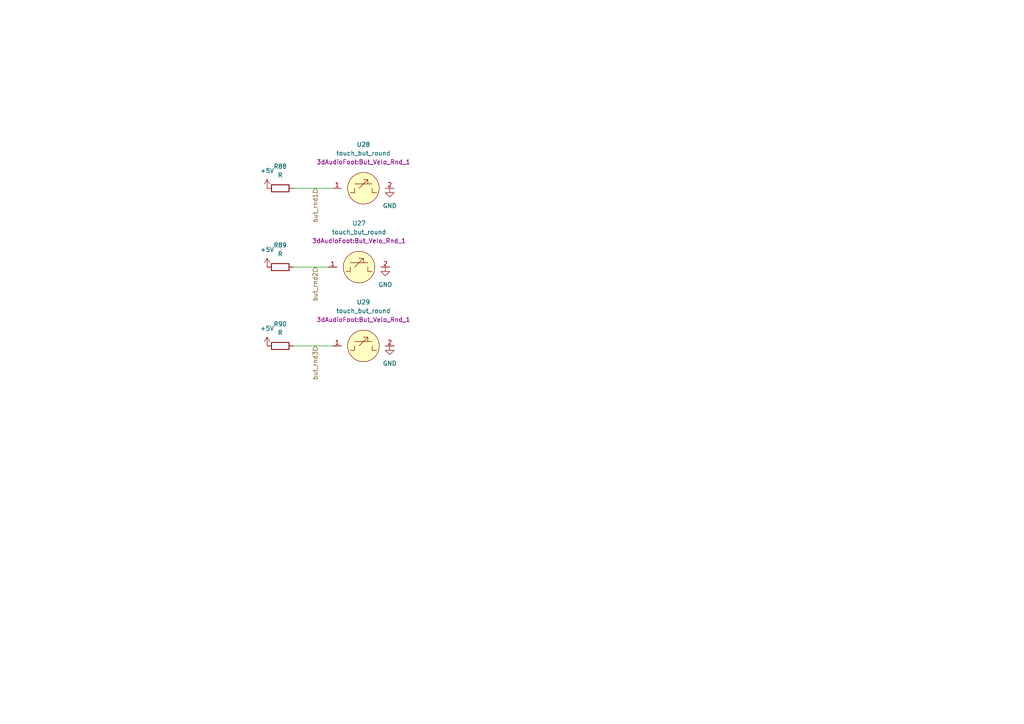
<source format=kicad_sch>
(kicad_sch (version 20211123) (generator eeschema)
  (paper "A4")
  (lib_symbols
    (symbol "3dAudioSym:touch_but_round"
      (property "Reference" "U" (at 7.62 6.35 0))
      (property "Value" "touch_but_round" (at -2.54 -5.08 0))
      (property "Footprint" "3dAudioFoot:But_Velo_Rnd_1" (at 1.27 8.89 0))
      (symbol "touch_but_round_0_1"
        (polyline (pts (xy -2.54 2.54) (xy 2.54 2.54)))
        (polyline (pts (xy -3.81 0) (xy -2.54 0) (xy -2.54 1.27)))
        (polyline (pts (xy 3.81 0) (xy 2.54 0) (xy 2.54 1.27)))
        (polyline (pts (xy -1.27 1.27) (xy 1.27 3.81) (xy 0 3.81) (xy 1.27 3.81) (xy 1.27 2.54)))
        (circle (center 0 1.27) (radius 4.5791) (fill (type background)))
      )
      (symbol "touch_but_round_1_1"
        (pin input line (at -8.89 1.27 0) (length 2.54) (name "") (number "1"))
        (pin input line (at 8.89 1.27 180) (length 2.54) (name "") (number "2"))
      )
    )
    (symbol "Device:R" (pin_numbers hide) (pin_names (offset 0))
      (property "Reference" "R" (at 2.032 0 90))
      (property "Value" "R" (at 0 0 90))
      (symbol "R_0_1"
        (rectangle (start -1.016 -2.54) (end 1.016 2.54) (stroke (width 0.254)))
      )
      (symbol "R_1_1"
        (pin passive line (at 0 3.81 270) (length 1.27) (name "~") (number "1"))
        (pin passive line (at 0 -3.81 90) (length 1.27) (name "~") (number "2"))
      )
    )
    (symbol "power:+5V" (power) (pin_names (offset 0))
      (property "Value" "+5V" (at 0 3.556 0))
      (symbol "+5V_0_1"
        (polyline (pts (xy -0.762 1.27) (xy 0 2.54)))
        (polyline (pts (xy 0 0) (xy 0 2.54)))
        (polyline (pts (xy 0 2.54) (xy 0.762 1.27)))
      )
      (symbol "+5V_1_1"
        (pin power_in line (at 0 0 90) (length 0) hide (name "+5V") (number "1"))
      )
    )
    (symbol "power:GND" (power) (pin_names (offset 0))
      (property "Value" "GND" (at 0 -3.81 0))
      (symbol "GND_0_1"
        (polyline (pts (xy 0 0) (xy 0 -1.27) (xy 1.27 -1.27) (xy 0 -2.54) (xy -1.27 -1.27) (xy 0 -1.27)))
      )
      (symbol "GND_1_1"
        (pin power_in line (at 0 0 270) (length 0) hide (name "GND") (number "1"))
      )
    )
    (symbol "touch_but_round_1"
      (property "Reference" "U" (at 7.62 6.35 0))
      (property "Value" "touch_but_round_1" (at -2.54 -5.08 0))
      (property "Footprint" "3dAudioFoot:But_Velo_Rnd_1" (at 1.27 8.89 0))
      (symbol "touch_but_round_1_0_1"
        (polyline (pts (xy -2.54 2.54) (xy 2.54 2.54)))
        (polyline (pts (xy -3.81 0) (xy -2.54 0) (xy -2.54 1.27)))
        (polyline (pts (xy 3.81 0) (xy 2.54 0) (xy 2.54 1.27)))
        (polyline (pts (xy -1.27 1.27) (xy 1.27 3.81) (xy 0 3.81) (xy 1.27 3.81) (xy 1.27 2.54)))
        (circle (center 0 1.27) (radius 4.5791) (fill (type background)))
      )
      (symbol "touch_but_round_1_1_1"
        (pin input line (at -8.89 1.27 0) (length 2.54) (name "") (number "1"))
        (pin input line (at 8.89 1.27 180) (length 2.54) (name "") (number "2"))
      )
    )
    (symbol "touch_but_round_2"
      (property "Reference" "U" (at 7.62 6.35 0))
      (property "Value" "touch_but_round_2" (at -2.54 -5.08 0))
      (property "Footprint" "3dAudioFoot:But_Velo_Rnd_1" (at 1.27 8.89 0))
      (symbol "touch_but_round_2_0_1"
        (polyline (pts (xy -2.54 2.54) (xy 2.54 2.54)))
        (polyline (pts (xy -3.81 0) (xy -2.54 0) (xy -2.54 1.27)))
        (polyline (pts (xy 3.81 0) (xy 2.54 0) (xy 2.54 1.27)))
        (polyline (pts (xy -1.27 1.27) (xy 1.27 3.81) (xy 0 3.81) (xy 1.27 3.81) (xy 1.27 2.54)))
        (circle (center 0 1.27) (radius 4.5791) (fill (type background)))
      )
      (symbol "touch_but_round_2_1_1"
        (pin input line (at -8.89 1.27 0) (length 2.54) (name "") (number "1"))
        (pin input line (at 8.89 1.27 180) (length 2.54) (name "") (number "2"))
      )
    )
  )
  (wire (pts (xy 85.09 54.61) (xy 97.79 54.61)))
  (wire (pts (xy 85.09 77.47) (xy 96.52 77.47)))
  (wire (pts (xy 85.09 100.33) (xy 97.79 100.33)))
  (hierarchical_label "but_rnd3" (shape input) (at 91.44 100.33 270))
  (hierarchical_label "but_rnd2" (shape input) (at 91.44 77.47 270))
  (hierarchical_label "but_rnd1" (shape input) (at 91.44 54.61 270))
  (symbol (lib_id "Device:R") (at 81.28 100.33 90) (unit 1)
    (property "Reference" "R90" (at 81.28 93.98 90))
    (property "Value" "R" (at 81.28 96.52 90))
    (property "Footprint" "Resistor_SMD:R_1206_3216Metric_Pad1.30x1.75mm_HandSolder" (effects hide))
  )
  (symbol (lib_id "Device:R") (at 81.28 54.61 90) (unit 1)
    (property "Reference" "R88" (at 81.28 48.26 90))
    (property "Value" "R" (at 81.28 50.8 90))
    (property "Footprint" "Resistor_SMD:R_1206_3216Metric_Pad1.30x1.75mm_HandSolder" (effects hide))
  )
  (symbol (lib_id "power:GND") (at 111.76 77.47 0) (unit 1)
    (property "Reference" "#PWR070" (effects hide))
    (property "Value" "GND" (at 111.76 82.55 0))
  )
  (symbol (lib_id "power:GND") (at 113.03 100.33 0) (unit 1)
    (property "Reference" "#PWR072" (effects hide))
    (property "Value" "GND" (at 113.03 105.41 0))
  )
  (symbol (lib_id "power:GND") (at 113.03 54.61 0) (unit 1)
    (property "Reference" "#PWR071" (effects hide))
    (property "Value" "GND" (at 113.03 59.69 0))
  )
  (symbol (lib_id "3dAudioSym:touch_but_round") (at 105.41 101.6 0) (unit 1)
    (property "Reference" "U29" (at 105.41 87.63 0))
    (property "Value" "touch_but_round" (at 105.41 90.17 0))
    (property "Footprint" "3dAudioFoot:But_Velo_Rnd_1" (at 105.41 92.71 0))
  )
  (symbol (lib_id "power:+5V") (at 77.47 100.33 0) (unit 1)
    (property "Reference" "#PWR069" (effects hide))
    (property "Value" "+5V" (at 77.47 95.25 0))
  )
  (symbol (lib_id "power:+5V") (at 77.47 77.47 0) (unit 1)
    (property "Reference" "#PWR068" (effects hide))
    (property "Value" "+5V" (at 77.47 72.39 0))
  )
  (symbol (lib_name "touch_but_round_1") (lib_id "3dAudioSym:touch_but_round") (at 105.41 55.88 0) (unit 1)
    (property "Reference" "U28" (at 105.41 41.91 0))
    (property "Value" "touch_but_round" (at 105.41 44.45 0))
    (property "Footprint" "3dAudioFoot:But_Velo_Rnd_1" (at 105.41 46.99 0))
  )
  (symbol (lib_id "power:+5V") (at 77.47 54.61 0) (unit 1)
    (property "Reference" "#PWR067" (effects hide))
    (property "Value" "+5V" (at 77.47 49.53 0))
  )
  (symbol (lib_id "Device:R") (at 81.28 77.47 90) (unit 1)
    (property "Reference" "R89" (at 81.28 71.12 90))
    (property "Value" "R" (at 81.28 73.66 90))
    (property "Footprint" "Resistor_SMD:R_1206_3216Metric_Pad1.30x1.75mm_HandSolder" (effects hide))
  )
  (symbol (lib_name "touch_but_round_2") (lib_id "3dAudioSym:touch_but_round") (at 104.14 78.74 0) (unit 1)
    (property "Reference" "U27" (at 104.14 64.77 0))
    (property "Value" "touch_but_round" (at 104.14 67.31 0))
    (property "Footprint" "3dAudioFoot:But_Velo_Rnd_1" (at 104.14 69.85 0))
  )
)
</source>
